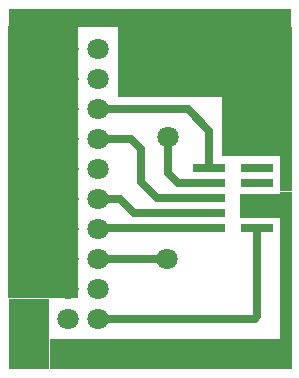
<source format=gtl>
%FSTAX25Y25*%
%MOIN*%
G70*
G01*
G75*
G04 Layer_Physical_Order=1*
G04 Layer_Color=255*
%ADD10R,0.11024X0.02953*%
%ADD11C,0.02756*%
%ADD12C,0.03937*%
%ADD13R,0.03937X0.41339*%
%ADD14R,0.80709X0.09843*%
%ADD15R,0.13780X0.23622*%
%ADD16R,0.35827X0.23622*%
%ADD17R,0.19685X0.48031*%
%ADD18R,0.03937X0.00787*%
%ADD19R,0.17716X0.07874*%
%ADD20R,0.03937X0.55118*%
%ADD21R,0.94488X0.05906*%
%ADD22R,0.23622X0.90551*%
%ADD23C,0.07087*%
D10*
X0185291Y0405197D02*
D03*
X0169291D02*
D03*
X0185291Y0410197D02*
D03*
X0169291D02*
D03*
X0185291Y0415197D02*
D03*
X0169291D02*
D03*
X0185291Y0420197D02*
D03*
X0169291D02*
D03*
X0185291Y0425197D02*
D03*
X0169291D02*
D03*
D11*
Y0437709D01*
X0162118Y0444882D02*
X0169291Y0437709D01*
X0132047Y0444882D02*
X0162118D01*
X0144303Y0410197D02*
X0169291D01*
X0139618Y0414882D02*
X0144303Y0410197D01*
X0132047Y0414882D02*
X0139618D01*
X0151803Y0415197D02*
X0169291D01*
X0146457Y0420543D02*
X0151803Y0415197D01*
X0146457Y0420543D02*
Y0431543D01*
X0143118Y0434882D02*
X0146457Y0431543D01*
X0132047Y0434882D02*
X0143118D01*
X0132047Y0394882D02*
X0155118D01*
X0155512Y0423622D02*
Y0435433D01*
Y0423622D02*
X0158937Y0420197D01*
X0169291D01*
X0185291Y0410197D02*
Y0415197D01*
Y0375842D02*
Y0405197D01*
X0184331Y0374882D02*
X0185291Y0375842D01*
X0132047Y0374882D02*
X0184331D01*
X0132047Y0404882D02*
X0132362Y0405197D01*
X0169291D01*
D12*
X0122047Y0454882D02*
Y0464882D01*
Y0444882D02*
Y0454882D01*
Y0434882D02*
Y0444882D01*
Y0424882D02*
Y0434882D01*
Y0414882D02*
Y0424882D01*
Y0404882D02*
Y0414882D01*
Y0394882D02*
Y0404882D01*
Y0384882D02*
Y0394882D01*
D13*
X0194882Y0388779D02*
D03*
D14*
X0156496Y0363189D02*
D03*
D15*
X0109252Y0370079D02*
D03*
D16*
X0156496Y046063D02*
D03*
D17*
X0183071Y045315D02*
D03*
D18*
X0194882Y0416929D02*
D03*
D19*
X0187992Y0412598D02*
D03*
D20*
X0194882Y0444882D02*
D03*
D21*
X0149606Y0475394D02*
D03*
D22*
X0113673Y0427165D02*
D03*
D23*
X0132047Y0374882D02*
D03*
X0122047D02*
D03*
X0132047Y0384882D02*
D03*
X0122047D02*
D03*
X0132047Y0394882D02*
D03*
X0122047D02*
D03*
X0132047Y0404882D02*
D03*
X0122047D02*
D03*
X0132047Y0414882D02*
D03*
X0122047D02*
D03*
X0132047Y0424882D02*
D03*
X0122047D02*
D03*
X0132047Y0434882D02*
D03*
X0122047D02*
D03*
X0132047Y0444882D02*
D03*
X0122047D02*
D03*
X0132047Y0454882D02*
D03*
X0122047D02*
D03*
X0132047Y0464882D02*
D03*
X0122047D02*
D03*
X0155118Y0394882D02*
D03*
X0155512Y0435433D02*
D03*
M02*

</source>
